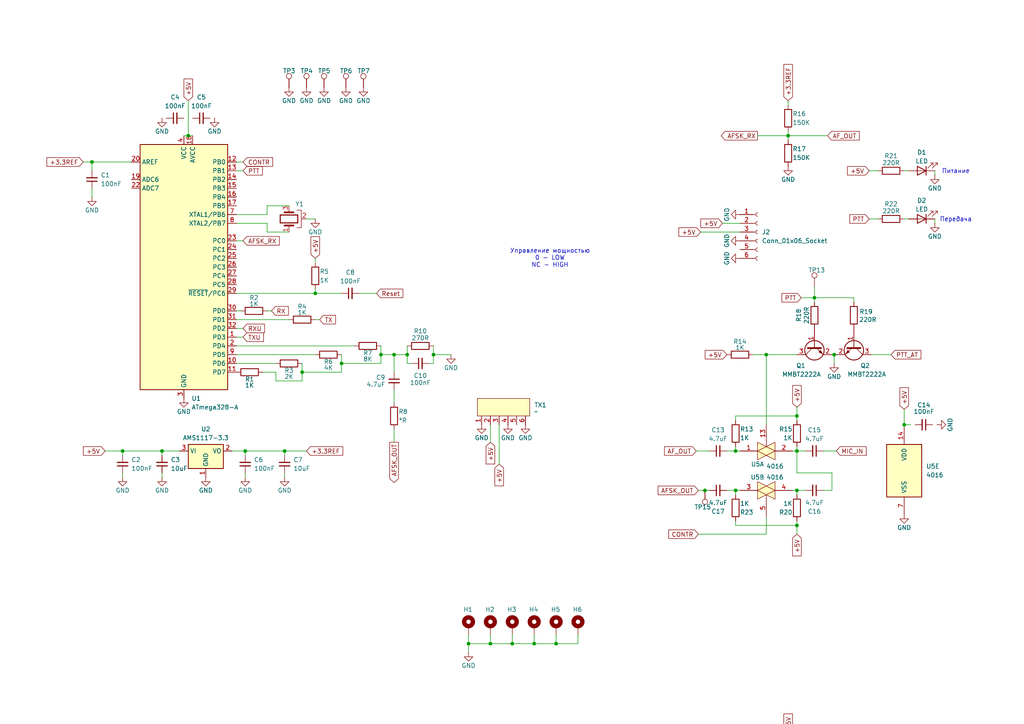
<source format=kicad_sch>
(kicad_sch (version 20231120) (generator "eeschema") (generator_version "8.0")
  (paper "A4")
  (junction (at 190.5 312.42))
  (junction (at 213.36 130.81))
  (junction (at 146.05 248.92))
  (junction (at 171.45 248.92))
  (junction (at 228.6 223.52))
  (junction (at 231.14 152.4))
  (junction (at 180.34 312.42))
  (junction (at 185.42 248.92))
  (junction (at 195.58 248.92))
  (junction (at 204.47 142.24))
  (junction (at 148.59 186.69))
  (junction (at 120.65 248.92))
  (junction (at 241.935 102.87))
  (junction (at 35.56 130.81))
  (junction (at 228.6 287.02))
  (junction (at 110.49 102.87))
  (junction (at 190.5 308.61))
  (junction (at 200.66 312.42))
  (junction (at 161.29 186.69))
  (junction (at 228.6 218.44))
  (junction (at 122.555 256.54))
  (junction (at 125.73 102.87))
  (junction (at 111.125 248.92))
  (junction (at 231.14 120.65))
  (junction (at 91.44 85.09))
  (junction (at 228.6 228.6))
  (junction (at 158.75 257.81))
  (junction (at 228.6 281.94))
  (junction (at 87.63 107.95))
  (junction (at 135.89 256.54))
  (junction (at 46.99 130.81))
  (junction (at 135.89 186.69))
  (junction (at 171.45 220.98))
  (junction (at 231.14 142.24))
  (junction (at 54.61 39.37))
  (junction (at 171.45 226.06))
  (junction (at 26.67 46.99))
  (junction (at 82.55 130.81))
  (junction (at 133.985 248.92))
  (junction (at 222.25 102.87))
  (junction (at 213.36 142.24))
  (junction (at 171.45 231.14))
  (junction (at 118.11 102.87))
  (junction (at 114.3 102.87))
  (junction (at 124.46 248.92))
  (junction (at 231.14 130.81))
  (junction (at 236.22 86.36))
  (junction (at 228.6 39.37))
  (junction (at 228.6 292.1))
  (junction (at 137.795 248.92))
  (junction (at 205.74 248.92))
  (junction (at 262.255 123.19))
  (junction (at 142.24 186.69))
  (junction (at 99.06 105.41))
  (junction (at 154.94 186.69))
  (junction (at 107.315 248.92))
  (junction (at 109.22 256.54))
  (junction (at 71.12 130.81))
  (wire (pts (xy 171.45 248.92) (xy 173.99 248.92)))
  (wire (pts (xy 231.14 129.54) (xy 231.14 130.81)))
  (wire (pts (xy 200.66 308.61) (xy 200.66 312.42)))
  (wire (pts (xy 26.67 46.99) (xy 38.1 46.99)))
  (wire (pts (xy 247.65 86.36) (xy 247.65 87.63)))
  (wire (pts (xy 71.12 130.81) (xy 71.12 132.08)))
  (wire (pts (xy 195.58 248.92) (xy 198.12 248.92)))
  (wire (pts (xy 210.82 130.81) (xy 213.36 130.81)))
  (wire (pts (xy 118.11 105.41) (xy 119.38 105.41)))
  (wire (pts (xy 122.555 257.175) (xy 122.555 256.54)))
  (wire (pts (xy 232.41 86.36) (xy 236.22 86.36)))
  (wire (pts (xy 180.34 308.61) (xy 180.34 312.42)))
  (wire (pts (xy 68.58 49.53) (xy 70.485 49.53)))
  (wire (pts (xy 231.14 228.6) (xy 228.6 228.6)))
  (wire (pts (xy 190.5 320.04) (xy 190.5 322.58)))
  (wire (pts (xy 68.58 100.33) (xy 102.87 100.33)))
  (wire (pts (xy 54.61 29.21) (xy 54.61 39.37)))
  (wire (pts (xy 46.99 130.81) (xy 46.99 132.08)))
  (wire (pts (xy 252.73 102.87) (xy 258.445 102.87)))
  (wire (pts (xy 124.46 250.19) (xy 124.46 248.92)))
  (wire (pts (xy 104.14 85.09) (xy 109.22 85.09)))
  (wire (pts (xy 228.6 218.44) (xy 228.6 223.52)))
  (wire (pts (xy 193.04 248.92) (xy 195.58 248.92)))
  (wire (pts (xy 228.6 281.94) (xy 228.6 287.02)))
  (wire (pts (xy 77.47 90.17) (xy 78.74 90.17)))
  (wire (pts (xy 142.24 184.15) (xy 142.24 186.69)))
  (wire (pts (xy 114.3 113.03) (xy 114.3 116.84)))
  (wire (pts (xy 118.745 248.92) (xy 120.65 248.92)))
  (wire (pts (xy 135.89 257.175) (xy 135.89 256.54)))
  (wire (pts (xy 124.46 256.54) (xy 124.46 255.27)))
  (wire (pts (xy 231.14 143.51) (xy 231.14 142.24)))
  (wire (pts (xy 182.88 312.42) (xy 180.34 312.42)))
  (wire (pts (xy 99.06 102.87) (xy 99.06 105.41)))
  (wire (pts (xy 171.45 220.98) (xy 171.45 226.06)))
  (wire (pts (xy 111.125 248.92) (xy 113.665 248.92)))
  (wire (pts (xy 107.315 256.54) (xy 109.22 256.54)))
  (wire (pts (xy 231.14 130.81) (xy 233.68 130.81)))
  (wire (pts (xy 70.485 95.25) (xy 68.58 95.25)))
  (wire (pts (xy 247.65 86.36) (xy 236.22 86.36)))
  (wire (pts (xy 111.125 256.54) (xy 111.125 255.27)))
  (polyline (pts (xy 99.695 241.935) (xy 145.415 241.935)) (stroke (width 0) (type dash)))
  (wire (pts (xy 238.76 247.65) (xy 237.49 247.65)))
  (wire (pts (xy 271.145 50.8) (xy 271.145 49.53)))
  (wire (pts (xy 53.34 39.37) (xy 54.61 39.37)))
  (wire (pts (xy 125.73 102.87) (xy 125.73 105.41)))
  (wire (pts (xy 110.49 105.41) (xy 99.06 105.41)))
  (wire (pts (xy 202.565 142.24) (xy 204.47 142.24)))
  (wire (pts (xy 142.24 128.27) (xy 142.24 123.19)))
  (wire (pts (xy 118.11 100.33) (xy 118.11 102.87)))
  (wire (pts (xy 125.73 102.87) (xy 130.81 102.87)))
  (wire (pts (xy 120.65 255.27) (xy 120.65 256.54)))
  (wire (pts (xy 171.45 226.06) (xy 173.99 226.06)))
  (wire (pts (xy 228.6 287.02) (xy 228.6 292.1)))
  (wire (pts (xy 87.63 105.41) (xy 87.63 107.95)))
  (wire (pts (xy 241.935 102.87) (xy 241.3 102.87)))
  (wire (pts (xy 219.71 39.37) (xy 228.6 39.37)))
  (wire (pts (xy 228.6 213.36) (xy 228.6 218.44)))
  (wire (pts (xy 154.94 186.69) (xy 161.29 186.69)))
  (wire (pts (xy 91.44 83.82) (xy 91.44 85.09)))
  (wire (pts (xy 137.795 256.54) (xy 137.795 255.27)))
  (wire (pts (xy 213.36 142.24) (xy 214.63 142.24)))
  (wire (pts (xy 240.03 250.19) (xy 240.03 251.46)))
  (wire (pts (xy 35.56 137.16) (xy 35.56 138.43)))
  (wire (pts (xy 154.94 184.15) (xy 154.94 186.69)))
  (wire (pts (xy 228.6 39.37) (xy 240.03 39.37)))
  (wire (pts (xy 236.22 287.02) (xy 238.76 287.02)))
  (wire (pts (xy 252.095 63.5) (xy 254.635 63.5)))
  (wire (pts (xy 114.3 124.46) (xy 114.3 128.27)))
  (wire (pts (xy 218.44 246.38) (xy 219.71 246.38)))
  (wire (pts (xy 240.03 313.69) (xy 240.03 314.96)))
  (wire (pts (xy 179.07 248.92) (xy 185.42 248.92)))
  (wire (pts (xy 142.24 186.69) (xy 148.59 186.69)))
  (wire (pts (xy 238.76 245.11) (xy 237.49 245.11)))
  (wire (pts (xy 110.49 102.87) (xy 110.49 105.41)))
  (wire (pts (xy 146.05 248.92) (xy 146.05 266.7)))
  (wire (pts (xy 228.6 228.6) (xy 228.6 231.14)))
  (wire (pts (xy 173.99 231.14) (xy 171.45 231.14)))
  (wire (pts (xy 68.58 105.41) (xy 80.01 105.41)))
  (wire (pts (xy 195.58 248.92) (xy 195.58 251.46)))
  (wire (pts (xy 133.985 256.54) (xy 135.89 256.54)))
  (wire (pts (xy 68.58 97.79) (xy 70.485 97.79)))
  (wire (pts (xy 241.935 102.87) (xy 241.935 105.41)))
  (wire (pts (xy 77.47 64.77) (xy 77.47 67.31)))
  (wire (pts (xy 262.255 123.19) (xy 262.255 123.825)))
  (wire (pts (xy 231.14 137.16) (xy 241.3 137.16)))
  (wire (pts (xy 213.36 143.51) (xy 213.36 142.24)))
  (wire (pts (xy 69.85 90.17) (xy 68.58 90.17)))
  (wire (pts (xy 213.36 152.4) (xy 213.36 151.13)))
  (wire (pts (xy 24.13 46.99) (xy 26.67 46.99)))
  (wire (pts (xy 171.45 217.17) (xy 171.45 220.98)))
  (wire (pts (xy 161.29 184.15) (xy 161.29 186.69)))
  (wire (pts (xy 237.49 313.69) (xy 240.03 313.69)))
  (wire (pts (xy 87.63 110.49) (xy 80.01 110.49)))
  (wire (pts (xy 203.2 67.31) (xy 214.63 67.31)))
  (wire (pts (xy 120.65 250.19) (xy 120.65 248.92)))
  (wire (pts (xy 203.2 312.42) (xy 200.66 312.42)))
  (wire (pts (xy 264.16 123.19) (xy 262.255 123.19)))
  (wire (pts (xy 107.315 250.19) (xy 107.315 248.92)))
  (wire (pts (xy 262.255 49.53) (xy 263.525 49.53)))
  (wire (pts (xy 147.32 266.7) (xy 146.05 266.7)))
  (wire (pts (xy 109.22 256.54) (xy 111.125 256.54)))
  (wire (pts (xy 35.56 130.81) (xy 46.99 130.81)))
  (wire (pts (xy 180.34 320.04) (xy 180.34 322.58)))
  (wire (pts (xy 262.255 63.5) (xy 263.525 63.5)))
  (wire (pts (xy 152.4 266.7) (xy 198.12 266.7)))
  (wire (pts (xy 68.58 69.85) (xy 70.485 69.85)))
  (wire (pts (xy 135.89 186.69) (xy 135.89 189.23)))
  (wire (pts (xy 241.3 142.24) (xy 241.3 137.16)))
  (wire (pts (xy 241.935 102.87) (xy 242.57 102.87)))
  (wire (pts (xy 190.5 308.61) (xy 190.5 312.42)))
  (wire (pts (xy 213.36 120.65) (xy 231.14 120.65)))
  (wire (pts (xy 158.75 257.81) (xy 158.75 259.08)))
  (wire (pts (xy 231.14 142.24) (xy 233.68 142.24)))
  (wire (pts (xy 171.45 226.06) (xy 171.45 231.14)))
  (wire (pts (xy 222.25 102.87) (xy 222.25 123.19)))
  (wire (pts (xy 99.06 248.92) (xy 100.33 248.92)))
  (wire (pts (xy 68.58 92.71) (xy 83.82 92.71)))
  (wire (pts (xy 68.58 46.99) (xy 70.485 46.99)))
  (wire (pts (xy 146.05 248.92) (xy 147.32 248.92)))
  (wire (pts (xy 132.08 248.92) (xy 133.985 248.92)))
  (wire (pts (xy 213.36 130.81) (xy 214.63 130.81)))
  (wire (pts (xy 167.64 186.69) (xy 167.64 184.15)))
  (wire (pts (xy 185.42 256.54) (xy 185.42 257.81)))
  (wire (pts (xy 200.66 320.04) (xy 200.66 322.58)))
  (wire (pts (xy 252.095 49.53) (xy 254.635 49.53)))
  (wire (pts (xy 213.36 152.4) (xy 231.14 152.4)))
  (wire (pts (xy 80.01 110.49) (xy 80.01 107.95)))
  (wire (pts (xy 236.22 218.44) (xy 238.76 218.44)))
  (wire (pts (xy 67.31 130.81) (xy 71.12 130.81)))
  (wire (pts (xy 91.44 85.09) (xy 99.06 85.09)))
  (wire (pts (xy 68.58 62.23) (xy 77.47 62.23)))
  (wire (pts (xy 222.25 102.87) (xy 231.14 102.87)))
  (wire (pts (xy 179.07 220.98) (xy 181.61 220.98)))
  (wire (pts (xy 209.55 241.3) (xy 210.82 241.3)))
  (wire (pts (xy 46.99 130.81) (xy 52.07 130.81)))
  (wire (pts (xy 238.76 142.24) (xy 241.3 142.24)))
  (wire (pts (xy 135.89 256.54) (xy 137.795 256.54)))
  (wire (pts (xy 228.6 223.52) (xy 231.14 223.52)))
  (wire (pts (xy 198.12 308.61) (xy 200.66 308.61)))
  (wire (pts (xy 202.565 154.94) (xy 222.25 154.94)))
  (wire (pts (xy 218.44 102.87) (xy 222.25 102.87)))
  (wire (pts (xy 228.6 39.37) (xy 228.6 40.64)))
  (wire (pts (xy 204.47 142.24) (xy 205.74 142.24)))
  (wire (pts (xy 231.14 292.1) (xy 228.6 292.1)))
  (wire (pts (xy 114.3 102.87) (xy 114.3 107.95)))
  (wire (pts (xy 26.67 54.61) (xy 26.67 57.15)))
  (wire (pts (xy 231.14 154.94) (xy 231.14 152.4)))
  (wire (pts (xy 229.87 130.81) (xy 231.14 130.81)))
  (wire (pts (xy 124.46 248.92) (xy 127 248.92)))
  (wire (pts (xy 213.36 129.54) (xy 213.36 130.81)))
  (wire (pts (xy 236.22 83.185) (xy 236.22 86.36)))
  (wire (pts (xy 92.71 92.71) (xy 91.44 92.71)))
  (wire (pts (xy 179.07 231.14) (xy 181.61 231.14)))
  (wire (pts (xy 125.73 100.33) (xy 125.73 102.87)))
  (wire (pts (xy 120.65 256.54) (xy 122.555 256.54)))
  (wire (pts (xy 182.88 308.61) (xy 180.34 308.61)))
  (wire (pts (xy 133.985 248.92) (xy 137.795 248.92)))
  (wire (pts (xy 231.14 120.65) (xy 231.14 121.92)))
  (wire (pts (xy 210.82 142.24) (xy 213.36 142.24)))
  (polyline (pts (xy 99.695 267.335) (xy 145.415 267.335)) (stroke (width 0) (type dash)))
  (wire (pts (xy 195.58 256.54) (xy 195.58 257.81)))
  (wire (pts (xy 137.795 250.19) (xy 137.795 248.92)))
  (wire (pts (xy 144.78 248.92) (xy 146.05 248.92)))
  (wire (pts (xy 193.04 312.42) (xy 190.5 312.42)))
  (wire (pts (xy 110.49 100.33) (xy 110.49 102.87)))
  (wire (pts (xy 133.985 255.27) (xy 133.985 256.54)))
  (wire (pts (xy 203.2 266.7) (xy 205.74 266.7)))
  (wire (pts (xy 228.6 223.52) (xy 228.6 228.6)))
  (wire (pts (xy 82.55 130.81) (xy 82.55 132.08)))
  (wire (pts (xy 200.66 312.42) (xy 200.66 314.96)))
  (wire (pts (xy 161.29 257.81) (xy 158.75 257.81)))
  (wire (pts (xy 171.45 246.38) (xy 171.45 248.92)))
  (wire (pts (xy 238.76 311.15) (xy 237.49 311.15)))
  (wire (pts (xy 231.14 142.24) (xy 229.87 142.24)))
  (wire (pts (xy 144.78 134.62) (xy 144.78 123.19)))
  (wire (pts (xy 185.42 248.92) (xy 187.96 248.92)))
  (wire (pts (xy 200.66 312.42) (xy 198.12 312.42)))
  (wire (pts (xy 271.145 64.77) (xy 271.145 63.5)))
  (wire (pts (xy 109.22 257.175) (xy 109.22 256.54)))
  (wire (pts (xy 114.3 102.87) (xy 118.11 102.87)))
  (wire (pts (xy 236.22 86.36) (xy 236.22 87.63)))
  (wire (pts (xy 231.14 218.44) (xy 228.6 218.44)))
  (wire (pts (xy 231.14 130.81) (xy 231.14 137.16)))
  (wire (pts (xy 133.985 250.19) (xy 133.985 248.92)))
  (wire (pts (xy 179.07 226.06) (xy 181.61 226.06)))
  (wire (pts (xy 161.29 186.69) (xy 167.64 186.69)))
  (wire (pts (xy 190.5 312.42) (xy 190.5 314.96)))
  (wire (pts (xy 228.6 287.02) (xy 231.14 287.02)))
  (wire (pts (xy 107.315 248.92) (xy 111.125 248.92)))
  (wire (pts (xy 228.6 38.1) (xy 228.6 39.37)))
  (wire (pts (xy 71.12 130.81) (xy 82.55 130.81)))
  (wire (pts (xy 152.4 248.92) (xy 153.67 248.92)))
  (wire (pts (xy 228.6 276.86) (xy 228.6 281.94)))
  (wire (pts (xy 231.14 118.11) (xy 231.14 120.65)))
  (wire (pts (xy 118.11 102.87) (xy 118.11 105.41)))
  (wire (pts (xy 236.22 228.6) (xy 238.76 228.6)))
  (wire (pts (xy 135.89 186.69) (xy 142.24 186.69)))
  (wire (pts (xy 77.47 59.69) (xy 83.82 59.69)))
  (wire (pts (xy 120.65 248.92) (xy 124.46 248.92)))
  (wire (pts (xy 185.42 248.92) (xy 185.42 251.46)))
  (wire (pts (xy 237.49 240.03) (xy 238.76 240.03)))
  (wire (pts (xy 148.59 184.15) (xy 148.59 186.69)))
  (wire (pts (xy 228.6 29.21) (xy 228.6 30.48)))
  (wire (pts (xy 171.45 238.76) (xy 171.45 241.3)))
  (wire (pts (xy 148.59 186.69) (xy 154.94 186.69)))
  (wire (pts (xy 107.315 255.27) (xy 107.315 256.54)))
  (wire (pts (xy 35.56 130.81) (xy 35.56 132.08)))
  (wire (pts (xy 218.44 307.34) (xy 219.71 307.34)))
  (wire (pts (xy 124.46 105.41) (xy 125.73 105.41)))
  (wire (pts (xy 209.55 64.77) (xy 214.63 64.77)))
  (wire (pts (xy 218.44 241.3) (xy 219.71 241.3)))
  (wire (pts (xy 168.91 248.92) (xy 171.45 248.92)))
  (wire (pts (xy 91.44 63.5) (xy 88.9 63.5)))
  (wire (pts (xy 173.99 220.98) (xy 171.45 220.98)))
  (wire (pts (xy 180.34 312.42) (xy 180.34 314.96)))
  (wire (pts (xy 68.58 85.09) (xy 91.44 85.09)))
  (wire (pts (xy 236.22 281.94) (xy 238.76 281.94)))
  (wire (pts (xy 218.44 243.84) (xy 219.71 243.84)))
  (wire (pts (xy 91.44 74.93) (xy 91.44 76.2)))
  (wire (pts (xy 180.34 312.42) (xy 175.26 312.42)))
  (wire (pts (xy 26.67 46.99) (xy 26.67 49.53)))
  (wire (pts (xy 218.44 304.8) (xy 219.71 304.8)))
  (wire (pts (xy 240.03 242.57) (xy 237.49 242.57)))
  (wire (pts (xy 105.41 248.92) (xy 107.315 248.92)))
  (wire (pts (xy 238.76 308.61) (xy 237.49 308.61)))
  (wire (pts (xy 82.55 137.16) (xy 82.55 138.43)))
  (wire (pts (xy 218.44 309.88) (xy 219.71 309.88)))
  (wire (pts (xy 236.22 223.52) (xy 238.76 223.52)))
  (wire (pts (xy 237.49 250.19) (xy 240.03 250.19)))
  (wire (pts (xy 161.29 256.54) (xy 161.29 257.81)))
  (wire (pts (xy 54.61 39.37) (xy 55.88 39.37)))
  (wire (pts (xy 228.6 292.1) (xy 228.6 294.64)))
  (wire (pts (xy 110.49 102.87) (xy 114.3 102.87)))
  (wire (pts (xy 213.36 120.65) (xy 213.36 121.92)))
  (wire (pts (xy 30.48 130.81) (xy 35.56 130.81)))
  (wire (pts (xy 77.47 67.31) (xy 83.82 67.31)))
  (polyline (pts (xy 145.415 241.935) (xy 145.415 267.335)) (stroke (width 0) (type dash)))
  (wire (pts (xy 203.2 248.92) (xy 205.74 248.92)))
  (wire (pts (xy 137.795 248.92) (xy 139.7 248.92)))
  (wire (pts (xy 201.93 130.81) (xy 205.74 130.81)))
  (wire (pts (xy 80.01 107.95) (xy 76.2 107.95)))
  (wire (pts (xy 231.14 281.94) (xy 228.6 281.94)))
  (wire (pts (xy 190.5 312.42) (xy 187.96 312.42)))
  (wire (pts (xy 82.55 130.81) (xy 88.9 130.81)))
  (wire (pts (xy 219.71 312.42) (xy 208.28 312.42)))
  (wire (pts (xy 262.255 118.745) (xy 262.255 123.19)))
  (wire (pts (xy 190.5 308.61) (xy 187.96 308.61)))
  (wire (pts (xy 71.12 137.16) (xy 71.12 138.43)))
  (wire (pts (xy 77.47 62.23) (xy 77.47 59.69)))
  (wire (pts (xy 87.63 107.95) (xy 87.63 110.49)))
  (wire (pts (xy 111.125 250.19) (xy 111.125 248.92)))
  (wire (pts (xy 99.06 105.41) (xy 99.06 107.95)))
  (wire (pts (xy 158.75 256.54) (xy 158.75 257.81)))
  (wire (pts (xy 68.58 64.77) (xy 77.47 64.77)))
  (wire (pts (xy 193.04 308.61) (xy 190.5 308.61)))
  (wire (pts (xy 122.555 256.54) (xy 124.46 256.54)))
  (polyline (pts (xy 99.695 241.935) (xy 99.695 267.335)) (stroke (width 0) (type dash)))
  (wire (pts (xy 236.22 292.1) (xy 238.76 292.1)))
  (wire (pts (xy 205.74 248.92) (xy 219.71 248.92)))
  (wire (pts (xy 68.58 102.87) (xy 91.44 102.87)))
  (wire (pts (xy 99.06 107.95) (xy 87.63 107.95)))
  (wire (pts (xy 222.25 154.94) (xy 222.25 149.86)))
  (wire (pts (xy 238.76 130.81) (xy 242.57 130.81)))
  (wire (pts (xy 46.99 137.16) (xy 46.99 138.43)))
  (wire (pts (xy 135.89 184.15) (xy 135.89 186.69)))
  (wire (pts (xy 231.14 152.4) (xy 231.14 151.13)))
  (wire (pts (xy 171.45 231.14) (xy 171.45 233.68)))
  (wire (pts (xy 205.74 266.7) (xy 205.74 248.92)))
  (text "Питание" (at 277.241 49.784 0) (effects (font (size 1.27 1.27))))
  (text "Управление мощностью\n0 - LOW\nNC - HIGH" (at 159.512 74.93 0) (effects (font (size 1.27 1.27))))
  (text "Bw: 418-488MHz\nG: -2dB" (at 127 265.43 0) (effects (font (size 0.762 0.762) (thickness 0.1524) (bold yes)) (justify left bottom)))
  (text "Передача" (at 277.241 63.754 0) (effects (font (size 1.27 1.27))))
  (text "BPF filter" (at 114.3 265.43 0) (effects (font (size 1.27 1.27)) (justify left bottom)))
  (global_label "MIC_IN" (shape input) (at 218.44 304.8 180) (property "Intersheetrefs" "${INTERSHEET_REFS}" (effects (hide yes))))
  (global_label "+5V" (shape input) (at 210.82 102.87 180) (property "Intersheetrefs" "${INTERSHEET_REFS}" (effects (hide yes))))
  (global_label "AFSK_OUT" (shape output) (at 114.3 128.27 270) (property "Intersheetrefs" "${INTERSHEET_REFS}" (effects (hide yes))))
  (global_label "+5V" (shape input) (at 252.095 49.53 180) (property "Intersheetrefs" "${INTERSHEET_REFS}" (effects (hide yes))))
  (global_label "CONTR" (shape input) (at 202.565 154.94 180) (property "Intersheetrefs" "${INTERSHEET_REFS}" (effects (hide yes))))
  (global_label "PTT" (shape input) (at 232.41 86.36 180) (property "Intersheetrefs" "${INTERSHEET_REFS}" (effects (hide yes))))
  (global_label "+5V" (shape input) (at 209.55 64.77 180) (property "Intersheetrefs" "${INTERSHEET_REFS}" (effects (hide yes))))
  (global_label "+5V" (shape input) (at 231.14 154.94 270) (property "Intersheetrefs" "${INTERSHEET_REFS}" (effects (hide yes))))
  (global_label "PTT" (shape input) (at 252.095 63.5 180) (property "Intersheetrefs" "${INTERSHEET_REFS}" (effects (hide yes))))
  (global_label "MIC_IN" (shape input) (at 242.57 130.81 0) (property "Intersheetrefs" "${INTERSHEET_REFS}" (effects (hide yes))))
  (global_label "AF_OUT" (shape input) (at 240.03 39.37 0) (property "Intersheetrefs" "${INTERSHEET_REFS}" (effects (hide yes))))
  (global_label "+5V" (shape input) (at 30.48 130.81 180) (property "Intersheetrefs" "${INTERSHEET_REFS}" (effects (hide yes))))
  (global_label "PTT_AT" (shape input) (at 238.76 308.61 0) (property "Intersheetrefs" "${INTERSHEET_REFS}" (effects (hide yes))))
  (global_label "+3.3REF" (shape input) (at 24.13 46.99 180) (property "Intersheetrefs" "${INTERSHEET_REFS}" (effects (hide yes))))
  (global_label "AFSK_RX" (shape input) (at 70.485 69.85 0) (property "Intersheetrefs" "${INTERSHEET_REFS}" (effects (hide yes))))
  (global_label "+3.3REF" (shape input) (at 88.9 130.81 0) (property "Intersheetrefs" "${INTERSHEET_REFS}" (effects (hide yes))))
  (global_label "+5V" (shape input) (at 238.76 247.65 0) (property "Intersheetrefs" "${INTERSHEET_REFS}" (effects (hide yes))))
  (global_label "+5V" (shape input) (at 144.78 134.62 270) (property "Intersheetrefs" "${INTERSHEET_REFS}" (effects (hide yes))))
  (global_label "RXU" (shape input) (at 70.485 95.25 0) (property "Intersheetrefs" "${INTERSHEET_REFS}" (effects (hide yes))))
  (global_label "CONTR" (shape input) (at 70.485 46.99 0) (property "Intersheetrefs" "${INTERSHEET_REFS}" (effects (hide yes))))
  (global_label "AF_OUT" (shape input) (at 201.93 130.81 180) (property "Intersheetrefs" "${INTERSHEET_REFS}" (effects (hide yes))))
  (global_label "Reset" (shape input) (at 109.22 85.09 0) (property "Intersheetrefs" "${INTERSHEET_REFS}" (effects (hide yes))))
  (global_label "AFSK_OUT" (shape input) (at 202.565 142.24 180) (property "Intersheetrefs" "${INTERSHEET_REFS}" (effects (hide yes))))
  (global_label "+5V" (shape input) (at 54.61 29.21 90) (property "Intersheetrefs" "${INTERSHEET_REFS}" (effects (hide yes))))
  (global_label "+5V" (shape input) (at 203.2 67.31 180) (property "Intersheetrefs" "${INTERSHEET_REFS}" (effects (hide yes))))
  (global_label "AF_OUT" (shape output) (at 240.03 242.57 0) (property "Intersheetrefs" "${INTERSHEET_REFS}" (effects (hide yes))))
  (global_label "PTT_AT" (shape input) (at 258.445 102.87 0) (property "Intersheetrefs" "${INTERSHEET_REFS}" (effects (hide yes))))
  (global_label "RX" (shape input) (at 78.74 90.17 0) (property "Intersheetrefs" "${INTERSHEET_REFS}" (effects (hide yes))))
  (global_label "+5V" (shape input) (at 238.76 245.11 0) (property "Intersheetrefs" "${INTERSHEET_REFS}" (effects (hide yes))))
  (global_label "+5V" (shape input) (at 142.24 128.27 270) (property "Intersheetrefs" "${INTERSHEET_REFS}" (effects (hide yes))))
  (global_label "AFSK_RX" (shape output) (at 219.71 39.37 180) (property "Intersheetrefs" "${INTERSHEET_REFS}" (effects (hide yes))))
  (global_label "+5V" (shape input) (at 228.6 276.86 90) (property "Intersheetrefs" "${INTERSHEET_REFS}" (effects (hide yes))))
  (global_label "+5V" (shape input) (at 171.45 217.17 90) (property "Intersheetrefs" "${INTERSHEET_REFS}" (effects (hide yes))))
  (global_label "TX" (shape input) (at 92.71 92.71 0) (property "Intersheetrefs" "${INTERSHEET_REFS}" (effects (hide yes))))
  (global_label "+5V" (shape input) (at 238.76 311.15 0) (property "Intersheetrefs" "${INTERSHEET_REFS}" (effects (hide yes))))
  (global_label "+5V" (shape input) (at 262.255 118.745 90) (property "Intersheetrefs" "${INTERSHEET_REFS}" (effects (hide yes))))
  (global_label "+5V" (shape input) (at 228.6 213.36 90) (property "Intersheetrefs" "${INTERSHEET_REFS}" (effects (hide yes))))
  (global_label "PTT_AT" (shape input) (at 238.76 240.03 0) (property "Intersheetrefs" "${INTERSHEET_REFS}" (effects (hide yes))))
  (global_label "TXU" (shape input) (at 70.485 97.79 0) (property "Intersheetrefs" "${INTERSHEET_REFS}" (effects (hide yes))))
  (global_label "+5V" (shape input) (at 231.14 118.11 90) (property "Intersheetrefs" "${INTERSHEET_REFS}" (effects (hide yes))))
  (global_label "+5V" (shape input) (at 91.44 74.93 90) (property "Intersheetrefs" "${INTERSHEET_REFS}" (effects (hide yes))))
  (global_label "PTT" (shape input) (at 70.485 49.53 0) (property "Intersheetrefs" "${INTERSHEET_REFS}" (effects (hide yes))))
  (global_label "+3.3REF" (shape input) (at 228.6 29.21 90) (property "Intersheetrefs" "${INTERSHEET_REFS}" (effects (hide yes))))
  (symbol (lib_id "Regulator_Linear:AMS1117-3.3") (at 59.69 130.81 0) (unit 1)
    (property "Reference" "U2" (at 59.69 124.46 0))
    (property "Value" "AMS1117-3.3" (at 59.69 127 0))
    (property "Footprint" "Package_TO_SOT_SMD:SOT-223-3_TabPin2" (effects (hide yes)))
    (property "Datasheet" "http://www.advanced-monolithic.com/pdf/ds1117.pdf" (effects (hide yes)))
    (property "Description" "1A Low Dropout regulator, positive, 3.3V fixed output, SOT-223" (effects (hide yes)))
  )
  (symbol (lib_id "Connector:TestPoint") (at 236.22 83.185 0) (unit 1)
    (property "Reference" "TP13" (at 234.442 78.359 0) (effects (justify left)))
    (property "Value" "TestPoint" (effects (hide yes)))
    (property "Footprint" "TestPoint:TestPoint_Loop_D1.80mm_Drill1.0mm_Beaded" (effects (hide yes)))
    (property "Description" "test point" (effects (hide yes)))
  )
  (symbol (lib_id "Device:R") (at 247.65 91.44 0) (unit 1)
    (property "Reference" "R19" (at 251.206 90.424 0))
    (property "Value" "220R" (at 251.714 92.71 0))
    (property "Footprint" "Resistor_SMD:R_0603_1608Metric" (effects (hide yes)))
    (property "Description" "Resistor" (effects (hide yes)))
  )
  (symbol (lib_id "power:GND") (at 93.98 25.4 0) (mirror y) (unit 1)
    (property "Reference" "#PWR013" (effects (hide yes)))
    (property "Value" "GND" (at 93.98 29.21 0))
    (property "Description" "Power symbol creates a global label with name \"GND\" , ground" (effects (hide yes)))
  )
  (symbol (lib_id "power:GND") (at 238.76 223.52 90) (unit 1)
    (property "Reference" "#PWR048" (effects (hide yes)))
    (property "Value" "GND" (effects (hide yes)))
    (property "Description" "Power symbol creates a global label with name \"GND\" , ground" (effects (hide yes)))
  )
  (symbol (lib_id "Mechanical:MountingHole_Pad") (at 142.24 181.61 0) (unit 1)
    (property "Reference" "H2" (at 140.716 176.784 0) (effects (justify left)))
    (property "Value" "MountingHole_Pad" (effects (hide yes)))
    (property "Footprint" "MountingHole:MountingHole_2.7mm_Pad_Via" (effects (hide yes)))
    (property "Description" "Mounting Hole with connection" (effects (hide yes)))
  )
  (symbol (lib_id "power:GND") (at 59.69 138.43 0) (unit 1)
    (property "Reference" "#PWR06" (effects (hide yes)))
    (property "Value" "GND" (at 59.69 142.24 0))
    (property "Description" "Power symbol creates a global label with name \"GND\" , ground" (effects (hide yes)))
  )
  (symbol (lib_id "Transistor_BJT:MMBT2222A") (at 236.22 100.33 90) (mirror x) (unit 1)
    (property "Reference" "Q1" (at 233.68 106.045 90) (effects (justify left)))
    (property "Value" "MMBT2222A" (at 238.125 108.585 90) (effects (justify left)))
    (property "Footprint" "Package_TO_SOT_SMD:SOT-23" (effects (hide yes)))
    (property "Datasheet" "https://assets.nexperia.com/documents/data-sheet/MMBT2222A.pdf" (effects (hide yes)))
    (property "Description" "600mA Ic, 40V Vce, NPN Transistor, SOT-23" (effects (hide yes)))
  )
  (symbol (lib_id "Connector:TestPoint") (at 105.41 25.4 0) (unit 1)
    (property "Reference" "TP7" (at 103.632 20.574 0) (effects (justify left)))
    (property "Value" "TestPoint" (effects (hide yes)))
    (property "Footprint" "TestPoint:TestPoint_Loop_D1.80mm_Drill1.0mm_Beaded" (effects (hide yes)))
    (property "Description" "test point" (effects (hide yes)))
  )
  (symbol (lib_id "Connector:Conn_01x06_Socket") (at 219.71 67.31 0) (unit 1)
    (property "Reference" "J2" (at 220.98 67.3099 0) (effects (justify left)))
    (property "Value" "Conn_01x06_Socket" (at 220.98 69.8499 0) (effects (justify left)))
    (property "Footprint" "Connector_PinHeader_2.54mm:PinHeader_1x06_P2.54mm_Vertical" (effects (hide yes)))
    (property "Description" "Generic connector, single row, 01x06, script generated" (effects (hide yes)))
  )
  (symbol (lib_id "Device:L_Small") (at 171.45 236.22 0) (unit 1)
    (property "Reference" "L2" (at 172.72 234.9499 0) (effects (justify left)))
    (property "Value" "L_Small" (at 172.72 237.4899 0) (effects (justify left)))
    (property "Description" "Inductor, small symbol" (effects (hide yes)))
  )
  (symbol (lib_id "Device:Crystal_GND2") (at 83.82 63.5 90) (unit 1)
    (property "Reference" "Y1" (at 88.138 59.182 90) (effects (justify left)))
    (property "Value" "Crystal_GND2" (effects (hide yes)))
    (property "Footprint" "CSTCE16M0V53-R0:CSTCE16M0V53-R0" (effects (hide yes)))
    (property "Description" "Three pin crystal, GND on pin 2" (effects (hide yes)))
  )
  (symbol (lib_id "Device:C_Small") (at 208.28 130.81 90) (unit 1)
    (property "Reference" "C13" (at 208.28 124.714 90))
    (property "Value" "4.7uF" (at 208.28 127.254 90))
    (property "Footprint" "Capacitor_SMD:C_0603_1608Metric" (effects (hide yes)))
    (property "Description" "Unpolarized capacitor, small symbol" (effects (hide yes)))
  )
  (symbol (lib_id "power:GND") (at 200.66 322.58 0) (mirror y) (unit 1)
    (property "Reference" "#PWR022" (effects (hide yes)))
    (property "Value" "GND" (at 200.66 326.39 0))
    (property "Description" "Power symbol creates a global label with name \"GND\" , ground" (effects (hide yes)))
  )
  (symbol (lib_id "Device:R") (at 228.6 44.45 0) (unit 1)
    (property "Reference" "R17" (at 229.87 43.18 0) (effects (justify left)))
    (property "Value" "150K" (at 229.87 45.72 0) (effects (justify left)))
    (property "Footprint" "Resistor_SMD:R_0603_1608Metric" (effects (hide yes)))
    (property "Description" "Resistor" (effects (hide yes)))
  )
  (symbol (lib_id "power:GND") (at 122.555 257.175 0) (unit 1)
    (property "Reference" "#PWR044" (effects (hide yes)))
    (property "Value" "GND" (effects (hide yes)))
    (property "Description" "Power symbol creates a global label with name \"GND\" , ground" (effects (hide yes)))
  )
  (symbol (lib_id "power:GND") (at 240.03 322.58 0) (unit 1)
    (property "Reference" "#PWR021" (effects (hide yes)))
    (property "Value" "GND" (at 240.03 326.39 0))
    (property "Description" "Power symbol creates a global label with name \"GND\" , ground" (effects (hide yes)))
  )
  (symbol (lib_id "Device:R") (at 91.44 80.01 0) (unit 1)
    (property "Reference" "R5" (at 92.71 78.74 0) (effects (justify left)))
    (property "Value" "1K" (at 92.71 81.28 0) (effects (justify left)))
    (property "Footprint" "Resistor_SMD:R_0603_1608Metric" (effects (hide yes)))
    (property "Description" "Resistor" (effects (hide yes)))
  )
  (symbol (lib_id "power:GND") (at 62.23 34.29 0) (unit 1)
    (property "Reference" "#PWR07" (effects (hide yes)))
    (property "Value" "GND" (at 62.23 38.1 0))
    (property "Description" "Power symbol creates a global label with name \"GND\" , ground" (effects (hide yes)))
  )
  (symbol (lib_id "Device:C_Small") (at 185.42 312.42 270) (mirror x) (unit 1)
    (property "Reference" "C39" (at 187.325 314.96 90) (effects (justify right)))
    (property "Value" "3.3pF" (at 187.325 316.865 90) (effects (font (size 1.016 1.016)) (justify right)))
    (property "Footprint" "Spacemanic_SMD:C_0603_HS" (effects (hide yes)))
    (property "Description" "C0G/NP0, ±1%" (effects (hide yes)))
  )
  (symbol (lib_id "Transistor_BJT:MMBT2222A") (at 247.65 100.33 270) (unit 1)
    (property "Reference" "Q2" (at 249.555 106.045 90) (effects (justify left)))
    (property "Value" "MMBT2222A" (at 245.745 108.585 90) (effects (justify left)))
    (property "Footprint" "Package_TO_SOT_SMD:SOT-23" (effects (hide yes)))
    (property "Datasheet" "https://assets.nexperia.com/documents/data-sheet/MMBT2222A.pdf" (effects (hide yes)))
    (property "Description" "600mA Ic, 40V Vce, NPN Transistor, SOT-23" (effects (hide yes)))
  )
  (symbol (lib_id "Device:R") (at 231.14 147.32 180) (unit 1)
    (property "Reference" "R20" (at 229.87 148.59 0) (effects (justify left)))
    (property "Value" "1K" (at 229.87 146.05 0) (effects (justify left)))
    (property "Footprint" "Resistor_SMD:R_0603_1608Metric" (effects (hide yes)))
    (property "Description" "Resistor" (effects (hide yes)))
  )
  (symbol (lib_id "power:GND") (at 262.255 149.225 0) (unit 1)
    (property "Reference" "#PWR025" (effects (hide yes)))
    (property "Value" "GND" (at 262.255 153.035 0))
    (property "Description" "Power symbol creates a global label with name \"GND\" , ground" (effects (hide yes)))
  )
  (symbol (lib_id "Device:R") (at 213.36 125.73 0) (unit 1)
    (property "Reference" "R13" (at 214.63 124.46 0) (effects (justify left)))
    (property "Value" "1K" (at 214.63 127 0) (effects (justify left)))
    (property "Footprint" "Resistor_SMD:R_0603_1608Metric" (effects (hide yes)))
    (property "Description" "Resistor" (effects (hide yes)))
  )
  (symbol (lib_id "Device:C_Small") (at 149.86 248.92 90) (unit 1)
    (property "Reference" "C18" (at 149.86 252.476 90))
    (property "Value" "100nF" (at 149.86 254.508 90))
    (property "Footprint" "Capacitor_SMD:C_0603_1608Metric" (effects (hide yes)))
    (property "Description" "Unpolarized capacitor, small symbol" (effects (hide yes)))
  )
  (symbol (lib_id "power:GND") (at 228.6 259.08 0) (mirror y) (unit 1)
    (property "Reference" "#PWR018" (effects (hide yes)))
    (property "Value" "GND" (at 228.6 262.89 0))
    (property "Description" "Power symbol creates a global label with name \"GND\" , ground" (effects (hide yes)))
  )
  (symbol (lib_id "Device:R") (at 236.22 91.44 180) (unit 1)
    (property "Reference" "R18" (at 231.648 91.44 90))
    (property "Value" "220R" (at 233.934 91.44 90))
    (property "Footprint" "Resistor_SMD:R_0603_1608Metric" (effects (hide yes)))
    (property "Description" "Resistor" (effects (hide yes)))
  )
  (symbol (lib_id "Device:L_Small") (at 120.65 252.73 180) (unit 1)
    (property "Reference" "L10" (at 116.84 254.635 0) (effects (justify right)))
    (property "Value" "8.2nH" (at 116.205 256.54 0) (effects (font (size 1.016 1.016)) (justify right)))
    (property "Footprint" "Spacemanic_SMD:L_0603_HS" (effects (hide yes)))
    (property "Description" "0603HP-8N2XGLW" (effects (hide yes)))
  )
  (symbol (lib_id "Connector:Conn_Coaxial") (at 93.98 248.92 0) (mirror y) (unit 1)
    (property "Reference" "J1" (at 90.17 247.9431 0) (effects (justify left)))
    (property "Value" "Conn_Coaxial" (effects (hide yes)))
    (property "Datasheet" " ~" (effects (hide yes)))
    (property "Description" "coaxial connector (BNC, SMA, SMB, SMC, Cinch/RCA, LEMO, ...)" (effects (hide yes)))
  )
  (symbol (lib_id "Device:C_Small") (at 82.55 134.62 180) (unit 1)
    (property "Reference" "C7" (at 85.09 133.35 0) (effects (justify right)))
    (property "Value" "10uF" (at 85.09 135.89 0) (effects (justify right)))
    (property "Footprint" "Capacitor_SMD:C_0603_1608Metric" (effects (hide yes)))
    (property "Description" "Unpolarized capacitor, small symbol" (effects (hide yes)))
  )
  (symbol (lib_id "Device:C_Small") (at 190.5 317.5 0) (mirror y) (unit 1)
    (property "Reference" "C36" (at 186.055 319.405 0) (effects (justify right)))
    (property "Value" "22pF" (at 186.055 321.31 0) (effects (font (size 1.016 1.016)) (justify right)))
    (property "Footprint" "Spacemanic_SMD:C_0603_HS" (effects (hide yes)))
    (property "Description" "C0G/NP0, ±1%" (effects (hide yes)))
  )
  (symbol (lib_id "Device:L_Small") (at 205.74 312.42 270) (mirror x) (unit 1)
    (property "Reference" "L3" (at 207.645 307.975 90) (effects (justify right)))
    (property "Value" "18nH" (at 208.28 310.515 90) (effects (justify right)))
    (property "Footprint" "Spacemanic_SMD:L_0603_HS" (effects (hide yes)))
    (property "Description" "0603HP-22NXGLW" (effects (hide yes)))
  )
  (symbol (lib_id "Device:LED") (at 267.335 49.53 180) (unit 1)
    (property "Reference" "D1" (at 267.335 44.196 0))
    (property "Value" "LED" (at 267.335 46.736 0))
    (property "Footprint" "LED_SMD:LED_0603_1608Metric" (effects (hide yes)))
    (property "Description" "Light emitting diode" (effects (hide yes)))
  )
  (symbol (lib_id "Mechanical:MountingHole_Pad") (at 154.94 181.61 0) (unit 1)
    (property "Reference" "H4" (at 153.416 176.784 0) (effects (justify left)))
    (property "Value" "MountingHole_Pad" (effects (hide yes)))
    (property "Footprint" "MountingHole:MountingHole_2.7mm_Pad_Via" (effects (hide yes)))
    (property "Description" "Mounting Hole with connection" (effects (hide yes)))
  )
  (symbol (lib_id "Device:C_Small") (at 200.66 317.5 0) (mirror y) (unit 1)
    (property "Reference" "C12" (at 196.215 319.405 0) (effects (justify right)))
    (property "Value" "15pF" (at 196.215 321.31 0) (effects (font (size 1.016 1.016)) (justify right)))
    (property "Footprint" "Spacemanic_SMD:C_0603_HS" (effects (hide yes)))
    (property "Description" "C0G/NP0, ±1%" (effects (hide yes)))
  )
  (symbol (lib_id "4xxx:4016") (at 222.25 130.81 0) (unit 1)
    (property "Reference" "U5" (at 219.71 134.62 0))
    (property "Value" "4016" (at 224.79 138.43 0))
    (property "Footprint" "Package_DIP:DIP-14_W7.62mm_LongPads" (effects (hide yes)))
    (property "Datasheet" "http://www.ti.com/lit/ds/symlink/cd4016b.pdf" (effects (hide yes)))
    (property "Description" "Quad Analog Switches" (effects (hide yes)))
  )
  (symbol (lib_id "power:GND") (at 105.41 25.4 0) (mirror y) (unit 1)
    (property "Reference" "#PWR015" (effects (hide yes)))
    (property "Value" "GND" (at 105.41 29.21 0))
    (property "Description" "Power symbol creates a global label with name \"GND\" , ground" (effects (hide yes)))
  )
  (symbol (lib_id "Device:C_Small") (at 233.68 281.94 270) (mirror x) (unit 1)
    (property "Reference" "C27" (at 231.14 279.4 90))
    (property "Value" "1uF" (at 236.22 279.4 90))
    (property "Footprint" "Capacitor_SMD:C_0603_1608Metric" (effects (hide yes)))
    (property "Description" "Unpolarized capacitor, small symbol" (effects (hide yes)))
  )
  (symbol (lib_id "power:GND") (at 26.67 57.15 0) (unit 1)
    (property "Reference" "#PWR01" (effects (hide yes)))
    (property "Value" "GND" (at 26.67 60.96 0))
    (property "Description" "Power symbol creates a global label with name \"GND\" , ground" (effects (hide yes)))
  )
  (symbol (lib_id "power:GND") (at 82.55 138.43 0) (unit 1)
    (property "Reference" "#PWR09" (effects (hide yes)))
    (property "Value" "GND" (at 82.55 142.24 0))
    (property "Description" "Power symbol creates a global label with name \"GND\" , ground" (effects (hide yes)))
  )
  (symbol (lib_id "power:GND") (at 71.12 138.43 0) (unit 1)
    (property "Reference" "#PWR08" (effects (hide yes)))
    (property "Value" "GND" (at 71.12 142.24 0))
    (property "Description" "Power symbol creates a global label with name \"GND\" , ground" (effects (hide yes)))
  )
  (symbol (lib_id "Device:R") (at 214.63 102.87 90) (unit 1)
    (property "Reference" "R14" (at 214.63 99.06 90))
    (property "Value" "1K" (at 214.63 100.838 90))
    (property "Footprint" "Resistor_SMD:R_0603_1608Metric" (effects (hide yes)))
    (property "Description" "Resistor" (effects (hide yes)))
  )
  (symbol (lib_id "power:GND") (at 170.18 317.5 0) (mirror y) (unit 1)
    (property "Reference" "#PWR019" (effects (hide yes)))
    (property "Value" "GND" (at 170.18 321.31 0))
    (property "Description" "Power symbol creates a global label with name \"GND\" , ground" (effects (hide yes)))
  )
  (symbol (lib_id "Device:L_Small") (at 102.87 248.92 90) (unit 1)
    (property "Reference" "L8" (at 101.6 245.11 90) (effects (justify right)))
    (property "Value" "22nH" (at 100.965 247.015 90) (effects (justify right)))
    (property "Footprint" "Spacemanic_SMD:L_0603_HS" (effects (hide yes)))
    (property "Description" "0603HP-22NXGLW" (effects (hide yes)))
  )
  (symbol (lib_id "power:GND") (at 240.03 259.08 0) (mirror y) (unit 1)
    (property "Reference" "#PWR020" (effects (hide yes)))
    (property "Value" "GND" (at 240.03 262.89 0))
    (property "Description" "Power symbol creates a global label with name \"GND\" , ground" (effects (hide yes)))
  )
  (symbol (lib_id "power:GND") (at 93.98 254 0) (unit 1)
    (property "Reference" "#PWR046" (effects (hide yes)))
    (property "Value" "GND" (effects (hide yes)))
    (property "Description" "Power symbol creates a global label with name \"GND\" , ground" (effects (hide yes)))
  )
  (symbol (lib_id "power:GND") (at 46.99 138.43 0) (unit 1)
    (property "Reference" "#PWR04" (effects (hide yes)))
    (property "Value" "GND" (at 46.99 142.24 0))
    (property "Description" "Power symbol creates a global label with name \"GND\" , ground" (effects (hide yes)))
  )
  (symbol (lib_id "Device:R") (at 106.68 100.33 90) (unit 1)
    (property "Reference" "R7" (at 106.68 102.362 90))
    (property "Value" "8K" (at 106.68 104.14 90))
    (property "Footprint" "Resistor_SMD:R_0603_1608Metric" (effects (hide yes)))
    (property "Description" "Resistor" (effects (hide yes)))
  )
  (symbol (lib_id "Device:C_Small") (at 114.3 110.49 0) (unit 1)
    (property "Reference" "C9" (at 111.76 109.474 0) (effects (justify right)))
    (property "Value" "4.7uF" (at 111.76 111.506 0) (effects (justify right)))
    (property "Footprint" "Capacitor_SMD:C_0603_1608Metric" (effects (hide yes)))
    (property "Description" "Unpolarized capacitor, small symbol" (effects (hide yes)))
  )
  (symbol (lib_id "Device:L_Small") (at 185.42 308.61 270) (mirror x) (unit 1)
    (property "Reference" "L5" (at 187.325 304.165 90) (effects (justify right)))
    (property "Value" "39nH" (at 187.96 306.705 90) (effects (justify right)))
    (property "Footprint" "Spacemanic_SMD:L_0603_HS" (effects (hide yes)))
    (property "Description" "0603HP-22NXGLW" (effects (hide yes)))
  )
  (symbol (lib_id "Device:R_Small") (at 190.5 248.92 90) (unit 1)
    (property "Reference" "R25" (at 190.5 243.84 90))
    (property "Value" "0" (at 190.5 248.92 90))
    (property "Description" "Resistor, small symbol" (effects (hide yes)))
  )
  (symbol (lib_id "Connector:TestPoint") (at 83.82 25.4 0) (unit 1)
    (property "Reference" "TP3" (at 82.042 20.574 0) (effects (justify left)))
    (property "Value" "TestPoint" (effects (hide yes)))
    (property "Footprint" "TestPoint:TestPoint_Loop_D1.80mm_Drill1.0mm_Beaded" (effects (hide yes)))
    (property "Description" "test point" (effects (hide yes)))
  )
  (symbol (lib_id "power:GND") (at 238.76 287.02 90) (unit 1)
    (property "Reference" "#PWR051" (effects (hide yes)))
    (property "Value" "GND" (effects (hide yes)))
    (property "Description" "Power symbol creates a global label with name \"GND\" , ground" (effects (hide yes)))
  )
  (symbol (lib_id "power:GND") (at 100.33 25.4 0) (mirror y) (unit 1)
    (property "Reference" "#PWR014" (effects (hide yes)))
    (property "Value" "GND" (at 100.33 29.21 0))
    (property "Description" "Power symbol creates a global label with name \"GND\" , ground" (effects (hide yes)))
  )
  (symbol (lib_id "Device:R") (at 87.63 92.71 90) (unit 1)
    (property "Reference" "R4" (at 87.63 88.9 90))
    (property "Value" "1K" (at 87.63 90.678 90))
    (property "Footprint" "Resistor_SMD:R_0603_1608Metric" (effects (hide yes)))
    (property "Description" "Resistor" (effects (hide yes)))
  )
  (symbol (lib_id "SA868:SA868") (at 228.6 308.61 0) (mirror y) (unit 1)
    (property "Reference" "U4" (at 234.95 295.91 0) (effects (justify left)))
    (property "Value" "SA868-V" (at 226.4059 295.91 0) (effects (justify left)))
    (property "Footprint" "SA868:SA868" (effects (hide yes)))
  )
  (symbol (lib_id "power:GND") (at 147.32 123.19 0) (unit 1)
    (property "Reference" "#PWR032" (effects (hide yes)))
    (property "Value" "GND" (at 147.32 127 0))
    (property "Description" "Power symbol creates a global label with name \"GND\" , ground" (effects (hide yes)))
  )
  (symbol (lib_id "Device:C_Small") (at 176.53 220.98 90) (unit 1)
    (property "Reference" "C22" (at 173.99 219.202 90))
    (property "Value" "100nF" (at 180.34 218.694 90))
    (property "Description" "Unpolarized capacitor, small symbol" (effects (hide yes)))
  )
  (symbol (lib_id "Device:R") (at 240.03 255.27 0) (unit 1)
    (property "Reference" "R11" (at 241.3 254 0) (effects (justify left)))
    (property "Value" "0R" (at 241.3 256.54 0) (effects (justify left)))
    (property "Footprint" "Resistor_SMD:R_0603_1608Metric" (effects (hide yes)))
    (property "Description" "Resistor" (effects (hide yes)))
  )
  (symbol (lib_id "Device:C_Small") (at 71.12 134.62 180) (unit 1)
    (property "Reference" "C6" (at 73.66 133.35 0) (effects (justify right)))
    (property "Value" "100nF" (at 73.66 135.89 0) (effects (justify right)))
    (property "Footprint" "Capacitor_SMD:C_0603_1608Metric" (effects (hide yes)))
    (property "Description" "Unpolarized capacitor, small symbol" (effects (hide yes)))
  )
  (symbol (lib_id "power:GND") (at 214.63 74.93 270) (unit 1)
    (property "Reference" "#PWR037" (effects (hide yes)))
    (property "Value" "GND" (at 210.82 74.93 0))
    (property "Description" "Power symbol creates a global label with name \"GND\" , ground" (effects (hide yes)))
  )
  (symbol (lib_id "Device:R") (at 72.39 107.95 90) (unit 1)
    (property "Reference" "R1" (at 72.39 109.982 90))
    (property "Value" "1K" (at 72.39 111.76 90))
    (property "Footprint" "Resistor_SMD:R_0603_1608Metric" (effects (hide yes)))
    (property "Description" "Resistor" (effects (hide yes)))
  )
  (symbol (lib_id "Device:C_Small") (at 236.22 130.81 270) (mirror x) (unit 1)
    (property "Reference" "C15" (at 236.22 124.714 90))
    (property "Value" "4.7uF" (at 236.22 127.254 90))
    (property "Footprint" "Capacitor_SMD:C_0603_1608Metric" (effects (hide yes)))
    (property "Description" "Unpolarized capacitor, small symbol" (effects (hide yes)))
  )
  (symbol (lib_id "Device:L_Small") (at 142.24 248.92 90) (unit 1)
    (property "Reference" "L12" (at 140.335 244.475 90) (effects (justify right)))
    (property "Value" "22nH" (at 139.7 247.015 90) (effects (justify right)))
    (property "Footprint" "Spacemanic_SMD:L_0603_HS" (effects (hide yes)))
    (property "Description" "0603HP-22NXGLW" (effects (hide yes)))
  )
  (symbol (lib_id "Device:C_Small") (at 111.125 252.73 0) (unit 1)
    (property "Reference" "C30" (at 115.57 254.635 0) (effects (justify right)))
    (property "Value" "15pF" (at 115.57 256.54 0) (effects (font (size 1.016 1.016)) (justify right)))
    (property "Footprint" "Spacemanic_SMD:C_0603_HS" (effects (hide yes)))
    (property "Description" "C0G/NP0, ±1%" (effects (hide yes)))
  )
  (symbol (lib_id "power:GND") (at 228.6 48.26 0) (unit 1)
    (property "Reference" "#PWR027" (effects (hide yes)))
    (property "Value" "GND" (at 228.6 52.07 0))
    (property "Description" "Power symbol creates a global label with name \"GND\" , ground" (effects (hide yes)))
  )
  (symbol (lib_id "Device:R") (at 240.03 318.77 0) (mirror y) (unit 1)
    (property "Reference" "R12" (at 245.11 317.5 0) (effects (justify left)))
    (property "Value" "0R" (at 243.84 320.04 0) (effects (justify left)))
    (property "Footprint" "Resistor_SMD:R_0603_1608Metric" (effects (hide yes)))
    (property "Description" "Resistor" (effects (hide yes)))
  )
  (symbol (lib_id "Connector:TestPoint") (at 204.47 142.24 180) (unit 1)
    (property "Reference" "TP15" (at 206.248 147.066 0) (effects (justify left)))
    (property "Value" "TestPoint" (effects (hide yes)))
    (property "Footprint" "TestPoint:TestPoint_Loop_D1.80mm_Drill1.0mm_Beaded" (effects (hide yes)))
    (property "Description" "test point" (effects (hide yes)))
  )
  (symbol (lib_id "Device:C_Small") (at 50.8 34.29 90) (unit 1)
    (property "Reference" "C4" (at 50.8 28.194 90))
    (property "Value" "100nF" (at 50.8 30.734 90))
    (property "Footprint" "Capacitor_SMD:C_0603_1608Metric" (effects (hide yes)))
    (property "Description" "Unpolarized capacitor, small symbol" (effects (hide yes)))
  )
  (symbol (lib_id "Device:R") (at 231.14 125.73 0) (mirror y) (unit 1)
    (property "Reference" "R15" (at 229.87 124.46 0) (effects (justify left)))
    (property "Value" "1K" (at 229.87 127 0) (effects (justify left)))
    (property "Footprint" "Resistor_SMD:R_0603_1608Metric" (effects (hide yes)))
    (property "Description" "Resistor" (effects (hide yes)))
  )
  (symbol (lib_id "Device:C_Small") (at 137.795 252.73 0) (unit 1)
    (property "Reference" "C34" (at 142.24 254.635 0) (effects (justify right)))
    (property "Value" "15pF" (at 142.24 256.54 0) (effects (font (size 1.016 1.016)) (justify right)))
    (property "Footprint" "Spacemanic_SMD:C_0603_HS" (effects (hide yes)))
    (property "Description" "C0G/NP0, ±1%" (effects (hide yes)))
  )
  (symbol (lib_id "Device:C_Small") (at 46.99 134.62 180) (unit 1)
    (property "Reference" "C3" (at 49.53 133.35 0) (effects (justify right)))
    (property "Value" "10uF" (at 49.53 135.89 0) (effects (justify right)))
    (property "Footprint" "Capacitor_SMD:C_0603_1608Metric" (effects (hide yes)))
    (property "Description" "Unpolarized capacitor, small symbol" (effects (hide yes)))
  )
  (symbol (lib_id "Device:R") (at 228.6 34.29 0) (unit 1)
    (property "Reference" "R16" (at 229.87 33.02 0) (effects (justify left)))
    (property "Value" "150K" (at 229.87 35.56 0) (effects (justify left)))
    (property "Footprint" "Resistor_SMD:R_0603_1608Metric" (effects (hide yes)))
    (property "Description" "Resistor" (effects (hide yes)))
  )
  (symbol (lib_id "power:GND") (at 181.61 226.06 90) (unit 1)
    (property "Reference" "#PWR035" (effects (hide yes)))
    (property "Value" "GND" (effects (hide yes)))
    (property "Description" "Power symbol creates a global label with name \"GND\" , ground" (effects (hide yes)))
  )
  (symbol (lib_id "Device:C_Small") (at 121.92 105.41 90) (unit 1)
    (property "Reference" "C10" (at 121.92 108.966 90))
    (property "Value" "100nF" (at 121.92 110.998 90))
    (property "Footprint" "Capacitor_SMD:C_0603_1608Metric" (effects (hide yes)))
    (property "Description" "Unpolarized capacitor, small symbol" (effects (hide yes)))
  )
  (symbol (lib_id "Device:LED") (at 267.335 63.5 180) (unit 1)
    (property "Reference" "D2" (at 267.335 58.166 0))
    (property "Value" "LED" (at 267.335 60.706 0))
    (property "Footprint" "LED_SMD:LED_0603_1608Metric" (effects (hide yes)))
    (property "Description" "Light emitting diode" (effects (hide yes)))
  )
  (symbol (lib_id "Mechanical:MountingHole_Pad") (at 135.89 181.61 0) (unit 1)
    (property "Reference" "H1" (at 134.366 176.784 0) (effects (justify left)))
    (property "Value" "MountingHole_Pad" (effects (hide yes)))
    (property "Footprint" "MountingHole:MountingHole_2.7mm_Pad_Via" (effects (hide yes)))
    (property "Description" "Mounting Hole with connection" (effects (hide yes)))
  )
  (symbol (lib_id "Device:R_Small") (at 195.58 254 0) (unit 1)
    (property "Reference" "R26" (at 196.596 254.762 0) (effects (justify left)))
    (property "Value" "X" (at 195.58 254.762 90) (effects (justify left)))
    (property "Description" "Resistor, small symbol" (effects (hide yes)))
  )
  (symbol (lib_id "power:GND") (at 35.56 138.43 0) (unit 1)
    (property "Reference" "#PWR02" (effects (hide yes)))
    (property "Value" "GND" (at 35.56 142.24 0))
    (property "Description" "Power symbol creates a global label with name \"GND\" , ground" (effects (hide yes)))
  )
  (symbol (lib_id "power:GND") (at 53.34 115.57 0) (unit 1)
    (property "Reference" "#PWR05" (effects (hide yes)))
    (property "Value" "GND" (at 53.34 119.38 0))
    (property "Description" "Power symbol creates a global label with name \"GND\" , ground" (effects (hide yes)))
  )
  (symbol (lib_id "power:GND") (at 214.63 62.23 270) (unit 1)
    (property "Reference" "#PWR039" (effects (hide yes)))
    (property "Value" "GND" (at 210.82 62.23 0))
    (property "Description" "Power symbol creates a global label with name \"GND\" , ground" (effects (hide yes)))
  )
  (symbol (lib_id "Device:C_Small") (at 149.86 266.7 270) (unit 1)
    (property "Reference" "C25" (at 149.86 262.128 90))
    (property "Value" "X" (at 149.86 263.906 90))
    (property "Description" "Unpolarized capacitor, small symbol" (effects (hide yes)))
  )
  (symbol (lib_id "Device:C_Small") (at 35.56 134.62 180) (unit 1)
    (property "Reference" "C2" (at 38.1 133.35 0) (effects (justify right)))
    (property "Value" "100nF" (at 38.1 135.89 0) (effects (justify right)))
    (property "Footprint" "Capacitor_SMD:C_0603_1608Metric" (effects (hide yes)))
    (property "Description" "Unpolarized capacitor, small symbol" (effects (hide yes)))
  )
  (symbol (lib_id "Device:C_Small") (at 58.42 34.29 90) (unit 1)
    (property "Reference" "C5" (at 58.42 28.194 90))
    (property "Value" "100nF" (at 58.42 30.734 90))
    (property "Footprint" "Capacitor_SMD:C_0603_1608Metric" (effects (hide yes)))
    (property "Description" "Unpolarized capacitor, small symbol" (effects (hide yes)))
  )
  (symbol (lib_id "Device:L_Small") (at 171.45 243.84 0) (unit 1)
    (property "Reference" "L1" (at 172.72 242.5699 0) (effects (justify left)))
    (property "Value" "L_Small" (at 172.72 245.1099 0) (effects (justify left)))
    (property "Description" "Inductor, small symbol" (effects (hide yes)))
  )
  (symbol (lib_id "Device:R_Small") (at 185.42 254 0) (unit 1)
    (property "Reference" "R24" (at 186.436 255.016 0) (effects (justify left)))
    (property "Value" "X" (at 185.42 254.762 90) (effects (justify left)))
    (property "Description" "Resistor, small symbol" (effects (hide yes)))
  )
  (symbol (lib_id "ub1qbm_parts:SPF5043Z") (at 160.02 248.92 0) (unit 1)
    (property "Reference" "U6" (at 161.29 238.76 0))
    (property "Value" "SPF5043Z" (at 161.29 241.3 0))
    (property "Footprint" "Package_TO_SOT_SMD:SOT-343_SC-70-4" (effects (hide yes)))
  )
  (symbol (lib_id "power:GND") (at 152.4 123.19 0) (unit 1)
    (property "Reference" "#PWR033" (effects (hide yes)))
    (property "Value" "GND" (at 152.4 127 0))
    (property "Description" "Power symbol creates a global label with name \"GND\" , ground" (effects (hide yes)))
  )
  (symbol (lib_id "Device:C_Small") (at 233.68 223.52 90) (unit 1)
    (property "Reference" "C26" (at 231.14 221.742 90))
    (property "Value" "100nF" (at 237.49 221.234 90))
    (property "Description" "Unpolarized capacitor, small symbol" (effects (hide yes)))
  )
  (symbol (lib_id "Device:C_Small") (at 176.53 226.06 90) (unit 1)
    (property "Reference" "C20" (at 173.99 224.282 90))
    (property "Value" "10nF" (at 180.34 223.774 90))
    (property "Description" "Unpolarized capacitor, small symbol" (effects (hide yes)))
  )
  (symbol (lib_id "Device:R") (at 213.36 147.32 0) (mirror x) (unit 1)
    (property "Reference" "R23" (at 214.63 148.59 0) (effects (justify left)))
    (property "Value" "1K" (at 214.63 146.05 0) (effects (justify left)))
    (property "Footprint" "Resistor_SMD:R_0603_1608Metric" (effects (hide yes)))
    (property "Description" "Resistor" (effects (hide yes)))
  )
  (symbol (lib_id "power:GND") (at 130.81 102.87 0) (unit 1)
    (property "Reference" "#PWR017" (effects (hide yes)))
    (property "Value" "GND" (at 130.81 106.68 0))
    (property "Description" "Power symbol creates a global label with name \"GND\" , ground" (effects (hide yes)))
  )
  (symbol (lib_id "Mechanical:MountingHole_Pad") (at 148.59 181.61 0) (unit 1)
    (property "Reference" "H3" (at 147.066 176.784 0) (effects (justify left)))
    (property "Value" "MountingHole_Pad" (effects (hide yes)))
    (property "Footprint" "MountingHole:MountingHole_2.7mm_Pad_Via" (effects (hide yes)))
    (property "Description" "Mounting Hole with connection" (effects (hide yes)))
  )
  (symbol (lib_id "power:GND") (at 271.145 64.77 0) (unit 1)
    (property "Reference" "#PWR030" (effects (hide yes)))
    (property "Value" "GND" (at 271.145 68.58 0))
    (property "Description" "Power symbol creates a global label with name \"GND\" , ground" (effects (hide yes)))
  )
  (symbol (lib_id "power:GND") (at 190.5 322.58 0) (mirror y) (unit 1)
    (property "Reference" "#PWR053" (effects (hide yes)))
    (property "Value" "GND" (at 190.5 326.39 0))
    (property "Description" "Power symbol creates a global label with name \"GND\" , ground" (effects (hide yes)))
  )
  (symbol (lib_id "Device:R") (at 114.3 120.65 0) (unit 1)
    (property "Reference" "R8" (at 115.57 119.38 0) (effects (justify left)))
    (property "Value" "*R" (at 115.57 121.92 0) (effects (justify left)))
    (property "Footprint" "Resistor_SMD:R_0603_1608Metric" (effects (hide yes)))
    (property "Description" "Resistor" (effects (hide yes)))
  )
  (symbol (lib_id "power:GND") (at 238.76 228.6 90) (unit 1)
    (property "Reference" "#PWR049" (effects (hide yes)))
    (property "Value" "GND" (effects (hide yes)))
    (property "Description" "Power symbol creates a global label with name \"GND\" , ground" (effects (hide yes)))
  )
  (symbol (lib_id "Device:C_Small") (at 233.68 228.6 90) (unit 1)
    (property "Reference" "C28" (at 231.14 226.822 90))
    (property "Value" "100pF" (at 237.49 226.314 90))
    (property "Description" "Unpolarized capacitor, small symbol" (effects (hide yes)))
  )
  (symbol (lib_id "Device:R") (at 83.82 105.41 90) (unit 1)
    (property "Reference" "R3" (at 83.82 107.442 90))
    (property "Value" "2K" (at 83.82 109.22 90))
    (property "Footprint" "Resistor_SMD:R_0603_1608Metric" (effects (hide yes)))
    (property "Description" "Resistor" (effects (hide yes)))
  )
  (symbol (lib_id "power:GND") (at 238.76 292.1 90) (unit 1)
    (property "Reference" "#PWR052" (effects (hide yes)))
    (property "Value" "GND" (effects (hide yes)))
    (property "Description" "Power symbol creates a global label with name \"GND\" , ground" (effects (hide yes)))
  )
  (symbol (lib_id "power:GND") (at 238.76 281.94 90) (unit 1)
    (property "Reference" "#PWR050" (effects (hide yes)))
    (property "Value" "GND" (effects (hide yes)))
    (property "Description" "Power symbol creates a global label with name \"GND\" , ground" (effects (hide yes)))
  )
  (symbol (lib_id "power:GND") (at 181.61 220.98 90) (unit 1)
    (property "Reference" "#PWR036" (effects (hide yes)))
    (property "Value" "GND" (effects (hide yes)))
    (property "Description" "Power symbol creates a global label with name \"GND\" , ground" (effects (hide yes)))
  )
  (symbol (lib_id "Device:C_Small") (at 233.68 218.44 270) (mirror x) (unit 1)
    (property "Reference" "C11" (at 231.14 215.9 90))
    (property "Value" "1uF" (at 236.22 215.9 90))
    (property "Footprint" "Capacitor_SMD:C_0603_1608Metric" (effects (hide yes)))
    (property "Description" "Unpolarized capacitor, small symbol" (effects (hide yes)))
  )
  (symbol (lib_id "Device:R") (at 214.63 241.3 90) (unit 1)
    (property "Reference" "R9" (at 214.63 237.49 90))
    (property "Value" "0R" (at 214.63 239.268 90))
    (property "Footprint" "Resistor_SMD:R_0603_1608Metric" (effects (hide yes)))
    (property "Description" "Resistor" (effects (hide yes)))
  )
  (symbol (lib_id "Device:R") (at 258.445 63.5 90) (unit 1)
    (property "Reference" "R22" (at 258.445 59.182 90))
    (property "Value" "220R" (at 258.445 61.214 90))
    (property "Footprint" "Resistor_SMD:R_0603_1608Metric" (effects (hide yes)))
    (property "Description" "Resistor" (effects (hide yes)))
  )
  (symbol (lib_id "Device:R") (at 258.445 49.53 90) (unit 1)
    (property "Reference" "R21" (at 258.445 45.212 90))
    (property "Value" "220R" (at 258.445 47.244 90))
    (property "Footprint" "Resistor_SMD:R_0603_1608Metric" (effects (hide yes)))
    (property "Description" "Resistor" (effects (hide yes)))
  )
  (symbol (lib_id "4xxx:4016") (at 222.25 142.24 180) (unit 2)
    (property "Reference" "U5" (at 219.71 138.43 0))
    (property "Value" "4016" (at 224.79 135.255 0))
    (property "Footprint" "Package_DIP:DIP-14_W7.62mm_LongPads" (effects (hide yes)))
    (property "Datasheet" "http://www.ti.com/lit/ds/symlink/cd4016b.pdf" (effects (hide yes)))
    (property "Description" "Quad Analog Switches" (effects (hide yes)))
  )
  (symbol (lib_id "Device:C_Small") (at 233.68 287.02 90) (unit 1)
    (property "Reference" "C29" (at 231.14 285.242 90))
    (property "Value" "100nF" (at 237.49 284.734 90))
    (property "Description" "Unpolarized capacitor, small symbol" (effects (hide yes)))
  )
  (symbol (lib_id "power:GND") (at 139.7 123.19 0) (unit 1)
    (property "Reference" "#PWR031" (effects (hide yes)))
    (property "Value" "GND" (at 139.7 127 0))
    (property "Description" "Power symbol creates a global label with name \"GND\" , ground" (effects (hide yes)))
  )
  (symbol (lib_id "Device:L_Small") (at 195.58 308.61 270) (mirror x) (unit 1)
    (property "Reference" "L4" (at 197.485 304.165 90) (effects (justify right)))
    (property "Value" "47nH" (at 198.12 306.705 90) (effects (justify right)))
    (property "Footprint" "Spacemanic_SMD:L_0603_HS" (effects (hide yes)))
    (property "Description" "0603HP-22NXGLW" (effects (hide yes)))
  )
  (symbol (lib_id "power:GND") (at 135.89 257.175 0) (unit 1)
    (property "Reference" "#PWR043" (effects (hide yes)))
    (property "Value" "GND" (effects (hide yes)))
    (property "Description" "Power symbol creates a global label with name \"GND\" , ground" (effects (hide yes)))
  )
  (symbol (lib_id "Device:C_Small") (at 116.205 248.92 90) (unit 1)
    (property "Reference" "C31" (at 114.3 243.84 90) (effects (justify right)))
    (property "Value" "1.8pF" (at 114.3 246.38 90) (effects (font (size 1.016 1.016)) (justify right)))
    (property "Footprint" "Spacemanic_SMD:C_0603_HS" (effects (hide yes)))
    (property "Description" "C0G/NP0, ±1%" (effects (hide yes)))
  )
  (symbol (lib_id "SA868:SA868") (at 228.6 245.11 0) (mirror y) (unit 1)
    (property "Reference" "U3" (at 226.4059 229.87 0) (effects (justify left)))
    (property "Value" "SA868-U" (at 226.4059 232.41 0) (effects (justify left)))
    (property "Footprint" "SA868:SA868" (effects (hide yes)))
  )
  (symbol (lib_id "power:GND") (at 271.78 123.19 90) (unit 1)
    (property "Reference" "#PWR023" (effects (hide yes)))
    (property "Value" "GND" (at 275.59 123.19 0))
    (property "Description" "Power symbol creates a global label with name \"GND\" , ground" (effects (hide yes)))
  )
  (symbol (lib_id "power:GND") (at 158.75 259.08 0) (unit 1)
    (property "Reference" "#PWR040" (effects (hide yes)))
    (property "Value" "GND" (effects (hide yes)))
    (property "Description" "Power symbol creates a global label with name \"GND\" , ground" (effects (hide yes)))
  )
  (symbol (lib_id "Connector:TestPoint") (at 100.33 25.4 0) (unit 1)
    (property "Reference" "TP6" (at 98.552 20.574 0) (effects (justify left)))
    (property "Value" "TestPoint" (effects (hide yes)))
    (property "Footprint" "TestPoint:TestPoint_Loop_D1.80mm_Drill1.0mm_Beaded" (effects (hide yes)))
    (property "Description" "test point" (effects (hide yes)))
  )
  (symbol (lib_id "power:GND") (at 214.63 69.85 270) (unit 1)
    (property "Reference" "#PWR038" (effects (hide yes)))
    (property "Value" "GND" (at 210.82 69.85 0))
    (property "Description" "Power symbol creates a global label with name \"GND\" , ground" (effects (hide yes)))
  )
  (symbol (lib_id "power:GND") (at 238.76 218.44 90) (unit 1)
    (property "Reference" "#PWR047" (effects (hide yes)))
    (property "Value" "GND" (effects (hide yes)))
    (property "Description" "Power symbol creates a global label with name \"GND\" , ground" (effects (hide yes)))
  )
  (symbol (lib_id "Device:R") (at 121.92 100.33 90) (unit 1)
    (property "Reference" "R10" (at 121.92 96.012 90))
    (property "Value" "270R" (at 121.92 98.044 90))
    (property "Footprint" "Resistor_SMD:R_0603_1608Metric" (effects (hide yes)))
    (property "Description" "Resistor" (effects (hide yes)))
  )
  (symbol (lib_id "power:GND") (at 180.34 322.58 0) (mirror y) (unit 1)
    (property "Reference" "#PWR054" (effects (hide yes)))
    (property "Value" "GND" (at 180.34 326.39 0))
    (property "Description" "Power symbol creates a global label with name \"GND\" , ground" (effects (hide yes)))
  )
  (symbol (lib_id "MCU_Microchip_ATmega:ATmega328-A") (at 53.34 77.47 0) (unit 1)
    (property "Reference" "U1" (at 55.5341 115.57 0) (effects (justify left)))
    (property "Value" "ATmega328-A" (at 55.5341 118.11 0) (effects (justify left)))
    (property "Footprint" "Package_QFP:TQFP-32_7x7mm_P0.8mm" (effects (hide yes)))
    (property "Datasheet" "http://ww1.microchip.com/downloads/en/DeviceDoc/ATmega328_P%20AVR%20MCU%20with%20picoPower%20Technology%20Data%20Sheet%2040001984A.pdf" (effects (hide yes)))
    (property "Description" "20MHz, 32kB Flash, 2kB SRAM, 1kB EEPROM, TQFP-32" (effects (hide yes)))
  )
  (symbol (lib_id "Device:C_Small") (at 101.6 85.09 90) (unit 1)
    (property "Reference" "C8" (at 101.6 78.994 90))
    (property "Value" "100nF" (at 101.6 81.534 90))
    (property "Footprint" "Capacitor_SMD:C_0603_1608Metric" (effects (hide yes)))
    (property "Description" "Unpolarized capacitor, small symbol" (effects (hide yes)))
  )
  (symbol (lib_id "Connector:TestPoint") (at 93.98 25.4 0) (unit 1)
    (property "Reference" "TP5" (at 92.202 20.574 0) (effects (justify left)))
    (property "Value" "TestPoint" (effects (hide yes)))
    (property "Footprint" "TestPoint:TestPoint_Loop_D1.80mm_Drill1.0mm_Beaded" (effects (hide yes)))
    (property "Description" "test point" (effects (hide yes)))
  )
  (symbol (lib_id "Mechanical:MountingHole_Pad") (at 161.29 181.61 0) (unit 1)
    (property "Reference" "H5" (at 159.766 176.784 0) (effects (justify left)))
    (property "Value" "MountingHole_Pad" (effects (hide yes)))
    (property "Footprint" "MountingHole:MountingHole_2.7mm_Pad_Via" (effects (hide yes)))
    (property "Description" "Mounting Hole with connection" (effects (hide yes)))
  )
  (symbol (lib_id "Device:C_Small") (at 236.22 142.24 270) (unit 1)
    (property "Reference" "C16" (at 236.22 148.336 90))
    (property "Value" "4.7uF" (at 236.22 145.796 90))
    (property "Footprint" "Capacitor_SMD:C_0603_1608Metric" (effects (hide yes)))
    (property "Description" "Unpolarized capacitor, small symbol" (effects (hide yes)))
  )
  (symbol (lib_id "power:GND") (at 91.44 63.5 0) (mirror y) (unit 1)
    (property "Reference" "#PWR012" (effects (hide yes)))
    (property "Value" "GND" (at 91.44 67.31 0))
    (property "Description" "Power symbol creates a global label with name \"GND\" , ground" (effects (hide yes)))
  )
  (symbol (lib_id "4xxx:4016") (at 262.255 136.525 0) (unit 5)
    (property "Reference" "U5" (at 268.605 135.2549 0) (effects (justify left)))
    (property "Value" "4016" (at 268.605 137.7949 0) (effects (justify left)))
    (property "Footprint" "Package_DIP:DIP-14_W7.62mm_LongPads" (effects (hide yes)))
    (property "Datasheet" "http://www.ti.com/lit/ds/symlink/cd4016b.pdf" (effects (hide yes)))
    (property "Description" "Quad Analog Switches" (effects (hide yes)))
  )
  (symbol (lib_id "Device:R") (at 95.25 102.87 90) (unit 1)
    (property "Reference" "R6" (at 95.25 104.902 90))
    (property "Value" "4K" (at 95.25 106.68 90))
    (property "Footprint" "Resistor_SMD:R_0603_1608Metric" (effects (hide yes)))
    (property "Description" "Resistor" (effects (hide yes)))
  )
  (symbol (lib_id "power:GND") (at 88.9 25.4 0) (mirror y) (unit 1)
    (property "Reference" "#PWR011" (effects (hide yes)))
    (property "Value" "GND" (at 88.9 29.21 0))
    (property "Description" "Power symbol creates a global label with name \"GND\" , ground" (effects (hide yes)))
  )
  (symbol (lib_id "power:GND") (at 46.99 34.29 0) (unit 1)
    (property "Reference" "#PWR03" (effects (hide yes)))
    (property "Value" "GND" (at 46.99 38.1 0))
    (property "Description" "Power symbol creates a global label with name \"GND\" , ground" (effects (hide yes)))
  )
  (symbol (lib_id "Device:C_Small") (at 124.46 252.73 0) (unit 1)
    (property "Reference" "C32" (at 128.27 254.635 0) (effects (justify right)))
    (property "Value" "10pF" (at 128.905 256.54 0) (effects (font (size 1.016 1.016)) (justify right)))
    (property "Footprint" "Spacemanic_SMD:C_0603_HS" (effects (hide yes)))
    (property "Description" "C0G/NP0, ±1%" (effects (hide yes)))
  )
  (symbol (lib_id "power:GND") (at 109.22 257.175 0) (unit 1)
    (property "Reference" "#PWR045" (effects (hide yes)))
    (property "Value" "GND" (effects (hide yes)))
    (property "Description" "Power symbol creates a global label with name \"GND\" , ground" (effects (hide yes)))
  )
  (symbol (lib_id "power:GND") (at 83.82 25.4 0) (mirror y) (unit 1)
    (property "Reference" "#PWR010" (effects (hide yes)))
    (property "Value" "GND" (at 83.82 29.21 0))
    (property "Description" "Power symbol creates a global label with name \"GND\" , ground" (effects (hide yes)))
  )
  (symbol (lib_id "power:GND") (at 209.55 241.3 270) (mirror x) (unit 1)
    (property "Reference" "#PWR016" (effects (hide yes)))
    (property "Value" "GND" (at 205.74 241.3 0))
    (property "Description" "Power symbol creates a global label with name \"GND\" , ground" (effects (hide yes)))
  )
  (symbol (lib_id "Device:C_Small") (at 267.97 123.19 270) (unit 1)
    (property "Reference" "C14" (at 267.97 117.475 90))
    (property "Value" "100nF" (at 267.97 119.38 90))
    (property "Footprint" "Capacitor_SMD:C_0603_1608Metric" (effects (hide yes)))
    (property "Description" "Unpolarized capacitor, small symbol" (effects (hide yes)))
  )
  (symbol (lib_id "Connector:Conn_Coaxial") (at 170.18 312.42 0) (mirror y) (unit 1)
    (property "Reference" "J3" (at 166.37 311.4431 0) (effects (justify left)))
    (property "Value" "Conn_Coaxial" (effects (hide yes)))
    (property "Datasheet" " ~" (effects (hide yes)))
    (property "Description" "coaxial connector (BNC, SMA, SMB, SMC, Cinch/RCA, LEMO, ...)" (effects (hide yes)))
  )
  (symbol (lib_id "Device:C_Small") (at 176.53 248.92 90) (unit 1)
    (property "Reference" "C19" (at 176.53 252.222 90))
    (property "Value" "100pF" (at 176.53 254.762 90))
    (property "Description" "Unpolarized capacitor, small symbol" (effects (hide yes)))
  )
  (symbol (lib_id "power:GND") (at 271.145 50.8 0) (unit 1)
    (property "Reference" "#PWR029" (effects (hide yes)))
    (property "Value" "GND" (at 271.145 54.61 0))
    (property "Description" "Power symbol creates a global label with name \"GND\" , ground" (effects (hide yes)))
  )
  (symbol (lib_id "power:GND") (at 181.61 231.14 90) (unit 1)
    (property "Reference" "#PWR034" (effects (hide yes)))
    (property "Value" "GND" (effects (hide yes)))
    (property "Description" "Power symbol creates a global label with name \"GND\" , ground" (effects (hide yes)))
  )
  (symbol (lib_id "Device:L_Small") (at 107.315 252.73 180) (unit 1)
    (property "Reference" "L9" (at 103.505 252.095 0) (effects (justify right)))
    (property "Value" "8.2nH" (at 101.6 254.635 0) (effects (font (size 1.016 1.016)) (justify right)))
    (property "Footprint" "Spacemanic_SMD:L_0603_HS" (effects (hide yes)))
    (property "Description" "0603HP-8N2XGLW" (effects (hide yes)))
  )
  (symbol (lib_id "Device:L_Small") (at 133.985 252.73 180) (unit 1)
    (property "Reference" "L11" (at 130.81 254.635 0) (effects (justify right)))
    (property "Value" "8.2nH" (at 129.54 256.54 0) (effects (font (size 1.016 1.016)) (justify right)))
    (property "Footprint" "Spacemanic_SMD:L_0603_HS" (effects (hide yes)))
    (property "Description" "0603HP-8N2XGLW" (effects (hide yes)))
  )
  (symbol (lib_id "power:GND") (at 185.42 257.81 0) (unit 1)
    (property "Reference" "#PWR041" (effects (hide yes)))
    (property "Value" "GND" (effects (hide yes)))
    (property "Description" "Power symbol creates a global label with name \"GND\" , ground" (effects (hide yes)))
  )
  (symbol (lib_id "power:GND") (at 228.6 322.58 0) (mirror y) (unit 1)
    (property "Reference" "#PWR024" (effects (hide yes)))
    (property "Value" "GND" (at 228.6 326.39 0))
    (property "Description" "Power symbol creates a global label with name \"GND\" , ground" (effects (hide yes)))
  )
  (symbol (lib_id "Device:R") (at 73.66 90.17 90) (unit 1)
    (property "Reference" "R2" (at 73.66 86.36 90))
    (property "Value" "1K" (at 73.66 88.138 90))
    (property "Footprint" "Resistor_SMD:R_0603_1608Metric" (effects (hide yes)))
    (property "Description" "Resistor" (effects (hide yes)))
  )
  (symbol (lib_id "power:GND") (at 135.89 189.23 0) (unit 1)
    (property "Reference" "#PWR028" (effects (hide yes)))
    (property "Value" "GND" (at 135.89 193.04 0))
    (property "Description" "Power symbol creates a global label with name \"GND\" , ground" (effects (hide yes)))
  )
  (symbol (lib_id "Device:C_Small") (at 195.58 312.42 270) (mirror x) (unit 1)
    (property "Reference" "C38" (at 197.485 314.96 90) (effects (justify right)))
    (property "Value" "5.6pF" (at 197.485 316.865 90) (effects (font (size 1.016 1.016)) (justify right)))
    (property "Footprint" "Spacemanic_SMD:C_0603_HS" (effects (hide yes)))
    (property "Description" "C0G/NP0, ±1%" (effects (hide yes)))
  )
  (symbol (lib_id "power:GND") (at 241.935 105.41 0) (unit 1)
    (property "Reference" "#PWR026" (effects (hide yes)))
    (property "Value" "GND" (at 241.935 109.22 0))
    (property "Description" "Power symbol creates a global label with name \"GND\" , ground" (effects (hide yes)))
  )
  (symbol (lib_id "Device:C_Small") (at 129.54 248.92 90) (unit 1)
    (property "Reference" "C33" (at 127.635 243.84 90) (effects (justify right)))
    (property "Value" "1.8pF" (at 127 246.38 90) (effects (font (size 1.016 1.016)) (justify right)))
    (property "Footprint" "Spacemanic_SMD:C_0603_HS" (effects (hide yes)))
    (property "Description" "C0G/NP0, ±1%" (effects (hide yes)))
  )
  (symbol (lib_id "Device:C_Small") (at 176.53 231.14 90) (unit 1)
    (property "Reference" "C21" (at 173.99 229.362 90))
    (property "Value" "100pF" (at 180.34 228.854 90))
    (property "Description" "Unpolarized capacitor, small symbol" (effects (hide yes)))
  )
  (symbol (lib_id "Device:C_Small") (at 180.34 317.5 0) (mirror y) (unit 1)
    (property "Reference" "C37" (at 175.895 319.405 0) (effects (justify right)))
    (property "Value" "4.7pF" (at 175.895 321.31 0) (effects (font (size 1.016 1.016)) (justify right)))
    (property "Footprint" "Spacemanic_SMD:C_0603_HS" (effects (hide yes)))
    (property "Description" "C0G/NP0, ±1%" (effects (hide yes)))
  )
  (symbol (lib_id "Mechanical:MountingHole_Pad") (at 167.64 181.61 0) (unit 1)
    (property "Reference" "H6" (at 166.116 176.784 0) (effects (justify left)))
    (property "Value" "MountingHole_Pad" (effects (hide yes)))
    (property "Footprint" "MountingHole:MountingHole_2.7mm_Pad_Via" (effects (hide yes)))
    (property "Description" "Mounting Hole with connection" (effects (hide yes)))
  )
  (symbol (lib_id "Device:C_Small") (at 200.66 248.92 270) (unit 1)
    (property "Reference" "C24" (at 200.66 245.618 90))
    (property "Value" "100pF" (at 200.66 243.078 90))
    (property "Description" "Unpolarized capacitor, small symbol" (effects (hide yes)))
  )
  (symbol (lib_id "Device:C_Small") (at 200.66 266.7 270) (unit 1)
    (property "Reference" "C23" (at 200.66 262.128 90))
    (property "Value" "X" (at 200.66 263.906 90))
    (property "Description" "Unpolarized capacitor, small symbol" (effects (hide yes)))
  )
  (symbol (lib_id "power:GND") (at 195.58 257.81 0) (unit 1)
    (property "Reference" "#PWR042" (effects (hide yes)))
    (property "Value" "GND" (effects (hide yes)))
    (property "Description" "Power symbol creates a global label with name \"GND\" , ground" (effects (hide yes)))
  )
  (symbol (lib_id "Device:C_Small") (at 233.68 292.1 90) (unit 1)
    (property "Reference" "C35" (at 231.14 290.322 90))
    (property "Value" "100pF" (at 237.49 289.814 90))
    (property "Description" "Unpolarized capacitor, small symbol" (effects (hide yes)))
  )
  (symbol (lib_id "Device:C_Small") (at 208.28 142.24 90) (mirror x) (unit 1)
    (property "Reference" "C17" (at 208.28 148.336 90))
    (property "Value" "4.7uF" (at 208.28 145.796 90))
    (property "Footprint" "Capacitor_SMD:C_0603_1608Metric" (effects (hide yes)))
    (property "Description" "Unpolarized capacitor, small symbol" (effects (hide yes)))
  )
  (symbol (lib_id "Device:C_Small") (at 26.67 52.07 180) (unit 1)
    (property "Reference" "C1" (at 29.21 50.8 0) (effects (justify right)))
    (property "Value" "100nF" (at 29.21 53.34 0) (effects (justify right)))
    (property "Footprint" "Capacitor_SMD:C_0603_1608Metric" (effects (hide yes)))
    (property "Description" "Unpolarized capacitor, small symbol" (effects (hide yes)))
  )
  (symbol (lib_id "MolexSat:Molex") (at 146.05 118.11 90) (unit 1)
    (property "Reference" "TX1" (at 154.94 117.4749 90) (effects (justify right)))
    (property "Value" "~" (at 154.94 119.38 90) (effects (justify right)))
    (property "Footprint" "MolexSat:MolexConn" (effects (hide yes)))
  )
  (symbol (lib_id "Connector:TestPoint") (at 88.9 25.4 0) (unit 1)
    (property "Reference" "TP4" (at 87.122 20.574 0) (effects (justify left)))
    (property "Value" "TestPoint" (effects (hide yes)))
    (property "Footprint" "TestPoint:TestPoint_Loop_D1.80mm_Drill1.0mm_Beaded" (effects (hide yes)))
    (property "Description" "test point" (effects (hide yes)))
  )
)
</source>
